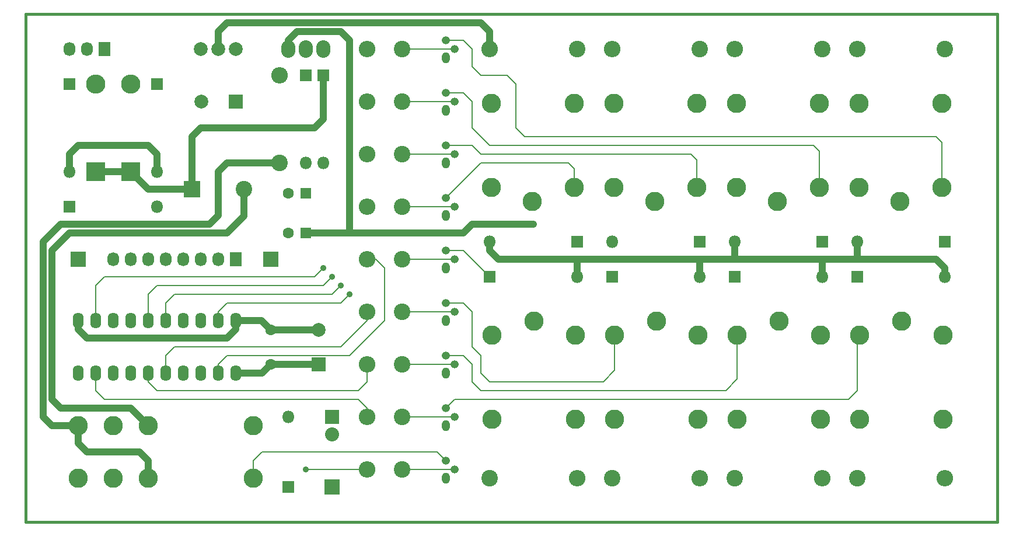
<source format=gbr>
G04 #@! TF.FileFunction,Copper,L1,Top,Signal*
%FSLAX46Y46*%
G04 Gerber Fmt 4.6, Leading zero omitted, Abs format (unit mm)*
G04 Created by KiCad (PCBNEW 4.0.5+dfsg1-4+deb9u1) date Mon Sep 26 08:45:52 2022*
%MOMM*%
%LPD*%
G01*
G04 APERTURE LIST*
%ADD10C,0.100000*%
%ADD11C,0.381000*%
%ADD12R,1.800000X1.800000*%
%ADD13O,1.800000X1.800000*%
%ADD14R,2.800000X2.800000*%
%ADD15O,2.800000X2.800000*%
%ADD16R,2.235200X2.235200*%
%ADD17R,2.400000X2.400000*%
%ADD18C,2.400000*%
%ADD19R,1.600000X1.600000*%
%ADD20C,1.600000*%
%ADD21R,2.000000X2.000000*%
%ADD22C,2.000000*%
%ADD23O,2.032000X2.540000*%
%ADD24O,1.600000X2.300000*%
%ADD25C,1.998980*%
%ADD26C,2.800000*%
%ADD27O,1.200000X1.600000*%
%ADD28O,1.200000X1.200000*%
%ADD29O,2.400000X2.400000*%
%ADD30R,1.727200X2.032000*%
%ADD31O,1.727200X2.032000*%
%ADD32R,2.032000X2.032000*%
%ADD33O,2.032000X2.032000*%
%ADD34C,0.889000*%
%ADD35C,1.000760*%
%ADD36C,0.203200*%
G04 APERTURE END LIST*
D10*
D11*
X73660000Y-134620000D02*
X73660000Y-60960000D01*
X214630000Y-134620000D02*
X73660000Y-134620000D01*
X214630000Y-60960000D02*
X214630000Y-134620000D01*
X73660000Y-60960000D02*
X214630000Y-60960000D01*
D12*
X116840000Y-69850000D03*
D13*
X116840000Y-82550000D03*
D14*
X83820000Y-83820000D03*
D15*
X83820000Y-71120000D03*
D14*
X88900000Y-83820000D03*
D15*
X88900000Y-71120000D03*
D16*
X109220000Y-96520000D03*
D17*
X97790000Y-86360000D03*
D18*
X105290000Y-86360000D03*
D19*
X114300000Y-92710000D03*
D20*
X111800000Y-92710000D03*
D21*
X104140000Y-73660000D03*
D22*
X99140000Y-73660000D03*
D21*
X116205000Y-111760000D03*
D22*
X116205000Y-106760000D03*
D20*
X109220000Y-111760000D03*
X109220000Y-106760000D03*
D12*
X114300000Y-69850000D03*
D13*
X114300000Y-82550000D03*
D12*
X80010000Y-88900000D03*
D13*
X92710000Y-88900000D03*
D23*
X114300000Y-66040000D03*
X116840000Y-66040000D03*
X111760000Y-66040000D03*
D24*
X104140000Y-105410000D03*
X101600000Y-105410000D03*
X99060000Y-105410000D03*
X96520000Y-105410000D03*
X93980000Y-105410000D03*
X91440000Y-105410000D03*
X88900000Y-105410000D03*
X86360000Y-105410000D03*
X83820000Y-105410000D03*
X81280000Y-105410000D03*
X81280000Y-113030000D03*
X83820000Y-113030000D03*
X86360000Y-113030000D03*
X88900000Y-113030000D03*
X91440000Y-113030000D03*
X93980000Y-113030000D03*
X96520000Y-113030000D03*
X99060000Y-113030000D03*
X101600000Y-113030000D03*
X104140000Y-113030000D03*
D25*
X101600000Y-66040000D03*
X104140000Y-66040000D03*
X99060000Y-66040000D03*
D19*
X114300000Y-86995000D03*
D20*
X111800000Y-86995000D03*
D12*
X153670000Y-93980000D03*
D13*
X140970000Y-93980000D03*
D12*
X171450000Y-93980000D03*
D13*
X158750000Y-93980000D03*
D12*
X189230000Y-93980000D03*
D13*
X176530000Y-93980000D03*
D26*
X147193000Y-88138000D03*
X153289000Y-73914000D03*
X153289000Y-86106000D03*
X141224000Y-73914000D03*
X141224000Y-86106000D03*
X164973000Y-88138000D03*
X171069000Y-73914000D03*
X171069000Y-86106000D03*
X159004000Y-73914000D03*
X159004000Y-86106000D03*
X182753000Y-88138000D03*
X188849000Y-73914000D03*
X188849000Y-86106000D03*
X176784000Y-73914000D03*
X176784000Y-86106000D03*
D27*
X134620000Y-90170000D03*
D28*
X135890000Y-88900000D03*
X134620000Y-87630000D03*
D27*
X134620000Y-82550000D03*
D28*
X135890000Y-81280000D03*
X134620000Y-80010000D03*
D27*
X134620000Y-74930000D03*
D28*
X135890000Y-73660000D03*
X134620000Y-72390000D03*
D12*
X207010000Y-93980000D03*
D13*
X194310000Y-93980000D03*
D12*
X194310000Y-99060000D03*
D13*
X207010000Y-99060000D03*
D12*
X176530000Y-99060000D03*
D13*
X189230000Y-99060000D03*
D26*
X200533000Y-88138000D03*
X206629000Y-73914000D03*
X206629000Y-86106000D03*
X194564000Y-73914000D03*
X194564000Y-86106000D03*
X200787000Y-105537000D03*
X194691000Y-119761000D03*
X194691000Y-107569000D03*
X206756000Y-119761000D03*
X206756000Y-107569000D03*
X183007000Y-105537000D03*
X176911000Y-119761000D03*
X176911000Y-107569000D03*
X188976000Y-119761000D03*
X188976000Y-107569000D03*
D27*
X134620000Y-67310000D03*
D28*
X135890000Y-66040000D03*
X134620000Y-64770000D03*
D27*
X134620000Y-120650000D03*
D28*
X135890000Y-119380000D03*
X134620000Y-118110000D03*
D27*
X134620000Y-113030000D03*
D28*
X135890000Y-111760000D03*
X134620000Y-110490000D03*
D12*
X158750000Y-99060000D03*
D13*
X171450000Y-99060000D03*
D12*
X140970000Y-99060000D03*
D13*
X153670000Y-99060000D03*
D26*
X165227000Y-105537000D03*
X159131000Y-119761000D03*
X159131000Y-107569000D03*
X171196000Y-119761000D03*
X171196000Y-107569000D03*
X147447000Y-105537000D03*
X141351000Y-119761000D03*
X141351000Y-107569000D03*
X153416000Y-119761000D03*
X153416000Y-107569000D03*
D27*
X134620000Y-105410000D03*
D28*
X135890000Y-104140000D03*
X134620000Y-102870000D03*
D27*
X134620000Y-97790000D03*
D28*
X135890000Y-96520000D03*
X134620000Y-95250000D03*
D27*
X134620000Y-128270000D03*
D28*
X135890000Y-127000000D03*
X134620000Y-125730000D03*
D26*
X91440000Y-128270000D03*
X81280000Y-128270000D03*
X86360000Y-128270000D03*
X86360000Y-120650000D03*
X106680000Y-128270000D03*
X81280000Y-120650000D03*
X106680000Y-120650000D03*
X91440000Y-120650000D03*
D18*
X110490000Y-82550000D03*
D29*
X110490000Y-69850000D03*
D18*
X153670000Y-66040000D03*
D29*
X140970000Y-66040000D03*
D18*
X171450000Y-66040000D03*
D29*
X158750000Y-66040000D03*
D18*
X189230000Y-66040000D03*
D29*
X176530000Y-66040000D03*
D18*
X207010000Y-66040000D03*
D29*
X194310000Y-66040000D03*
D18*
X194310000Y-128270000D03*
D29*
X207010000Y-128270000D03*
D18*
X176530000Y-128270000D03*
D29*
X189230000Y-128270000D03*
D18*
X158750000Y-128270000D03*
D29*
X171450000Y-128270000D03*
D18*
X140970000Y-128270000D03*
D29*
X153670000Y-128270000D03*
D18*
X128270000Y-88900000D03*
D29*
X123190000Y-88900000D03*
D18*
X128270000Y-81280000D03*
D29*
X123190000Y-81280000D03*
D18*
X128270000Y-73660000D03*
D29*
X123190000Y-73660000D03*
D18*
X128270000Y-66040000D03*
D29*
X123190000Y-66040000D03*
D18*
X128270000Y-119380000D03*
D29*
X123190000Y-119380000D03*
D18*
X128270000Y-111760000D03*
D29*
X123190000Y-111760000D03*
D18*
X128270000Y-104140000D03*
D29*
X123190000Y-104140000D03*
D18*
X128270000Y-96520000D03*
D29*
X123190000Y-96520000D03*
D18*
X128270000Y-127000000D03*
D29*
X123190000Y-127000000D03*
D12*
X80010000Y-71120000D03*
D13*
X80010000Y-83820000D03*
D12*
X92710000Y-71120000D03*
D13*
X92710000Y-83820000D03*
D12*
X111760000Y-129540000D03*
D13*
X111760000Y-119380000D03*
D30*
X104140000Y-96520000D03*
D31*
X101600000Y-96520000D03*
X99060000Y-96520000D03*
X96520000Y-96520000D03*
X93980000Y-96520000D03*
X91440000Y-96520000D03*
X88900000Y-96520000D03*
X86360000Y-96520000D03*
D16*
X81280000Y-96520000D03*
X118110000Y-129540000D03*
D32*
X118110000Y-119380000D03*
D33*
X118110000Y-121920000D03*
D30*
X85090000Y-66040000D03*
D31*
X82550000Y-66040000D03*
X80010000Y-66040000D03*
D34*
X147320000Y-91440000D03*
X120650000Y-101600000D03*
X119380000Y-100330000D03*
X118110000Y-99060000D03*
X116840000Y-97790000D03*
X114300000Y-127000000D03*
D35*
X116840000Y-69850000D02*
X116840000Y-76200000D01*
X97790000Y-78740000D02*
X97790000Y-86360000D01*
X99060000Y-77470000D02*
X97790000Y-78740000D01*
X115570000Y-77470000D02*
X99060000Y-77470000D01*
X116840000Y-76200000D02*
X115570000Y-77470000D01*
X88900000Y-83820000D02*
X91440000Y-86360000D01*
X91440000Y-86360000D02*
X97790000Y-86360000D01*
X88900000Y-83820000D02*
X83820000Y-83820000D01*
X120650000Y-91440000D02*
X120650000Y-92710000D01*
X147320000Y-91440000D02*
X138430000Y-91440000D01*
X138430000Y-91440000D02*
X137160000Y-92710000D01*
X137160000Y-92710000D02*
X120650000Y-92710000D01*
X120650000Y-92710000D02*
X119380000Y-92710000D01*
X114300000Y-92710000D02*
X119380000Y-92710000D01*
X111760000Y-66040000D02*
X111760000Y-64770000D01*
X120650000Y-64770000D02*
X120650000Y-74930000D01*
X119380000Y-63500000D02*
X120650000Y-64770000D01*
X113030000Y-63500000D02*
X119380000Y-63500000D01*
X111760000Y-64770000D02*
X113030000Y-63500000D01*
X120650000Y-91440000D02*
X120650000Y-74930000D01*
X92710000Y-81280000D02*
X91440000Y-80010000D01*
X92710000Y-83820000D02*
X92710000Y-81280000D01*
X80010000Y-83820000D02*
X80010000Y-81280000D01*
X81280000Y-80010000D02*
X91440000Y-80010000D01*
X80010000Y-81280000D02*
X81280000Y-80010000D01*
X109220000Y-106760000D02*
X116205000Y-106760000D01*
X81280000Y-105410000D02*
X81280000Y-106680000D01*
X104140000Y-106680000D02*
X104140000Y-105410000D01*
X102870000Y-107950000D02*
X104140000Y-106680000D01*
X82550000Y-107950000D02*
X102870000Y-107950000D01*
X81280000Y-106680000D02*
X82550000Y-107950000D01*
X104140000Y-105410000D02*
X107870000Y-105410000D01*
X107870000Y-105410000D02*
X109220000Y-106760000D01*
D36*
X101600000Y-105410000D02*
X101600000Y-104140000D01*
X119380000Y-102870000D02*
X120650000Y-101600000D01*
X102870000Y-102870000D02*
X119380000Y-102870000D01*
X101600000Y-104140000D02*
X102870000Y-102870000D01*
X93980000Y-105410000D02*
X93980000Y-102870000D01*
X118110000Y-101600000D02*
X119380000Y-100330000D01*
X95250000Y-101600000D02*
X118110000Y-101600000D01*
X93980000Y-102870000D02*
X95250000Y-101600000D01*
X91440000Y-105410000D02*
X91440000Y-101600000D01*
X116840000Y-100330000D02*
X118110000Y-99060000D01*
X92710000Y-100330000D02*
X116840000Y-100330000D01*
X91440000Y-101600000D02*
X92710000Y-100330000D01*
X83820000Y-105410000D02*
X83820000Y-100330000D01*
X115570000Y-99060000D02*
X116840000Y-97790000D01*
X85090000Y-99060000D02*
X115570000Y-99060000D01*
X83820000Y-100330000D02*
X85090000Y-99060000D01*
X83820000Y-113030000D02*
X83820000Y-115570000D01*
X123190000Y-118110000D02*
X123190000Y-119380000D01*
X121920000Y-116840000D02*
X123190000Y-118110000D01*
X85090000Y-116840000D02*
X121920000Y-116840000D01*
X83820000Y-115570000D02*
X85090000Y-116840000D01*
X91440000Y-113030000D02*
X91440000Y-114300000D01*
X123190000Y-114300000D02*
X123190000Y-111760000D01*
X121920000Y-115570000D02*
X123190000Y-114300000D01*
X92710000Y-115570000D02*
X121920000Y-115570000D01*
X91440000Y-114300000D02*
X92710000Y-115570000D01*
X123190000Y-105410000D02*
X119380000Y-109220000D01*
X93980000Y-113030000D02*
X93980000Y-110490000D01*
X95250000Y-109220000D02*
X119380000Y-109220000D01*
X93980000Y-110490000D02*
X95250000Y-109220000D01*
X123190000Y-105410000D02*
X123190000Y-104140000D01*
X101600000Y-113030000D02*
X101600000Y-111760000D01*
X124460000Y-96520000D02*
X123190000Y-96520000D01*
X125730000Y-97790000D02*
X124460000Y-96520000D01*
X125730000Y-102870000D02*
X125730000Y-97790000D01*
X125730000Y-105410000D02*
X125730000Y-102870000D01*
X120650000Y-110490000D02*
X125730000Y-105410000D01*
X102870000Y-110490000D02*
X120650000Y-110490000D01*
X101600000Y-111760000D02*
X102870000Y-110490000D01*
D35*
X116205000Y-111760000D02*
X109220000Y-111760000D01*
X104140000Y-113030000D02*
X107950000Y-113030000D01*
X107950000Y-113030000D02*
X109220000Y-111760000D01*
D36*
X137160000Y-95250000D02*
X140970000Y-99060000D01*
D35*
X110490000Y-82550000D02*
X102870000Y-82550000D01*
X77470000Y-120650000D02*
X81280000Y-120650000D01*
X76200000Y-119380000D02*
X77470000Y-120650000D01*
X76200000Y-93980000D02*
X76200000Y-119380000D01*
X78740000Y-91440000D02*
X76200000Y-93980000D01*
X100330000Y-91440000D02*
X78740000Y-91440000D01*
X101600000Y-90170000D02*
X100330000Y-91440000D01*
X101600000Y-83820000D02*
X101600000Y-90170000D01*
X102870000Y-82550000D02*
X101600000Y-83820000D01*
X81280000Y-120650000D02*
X81280000Y-123190000D01*
X81280000Y-123190000D02*
X82550000Y-124460000D01*
X82550000Y-124460000D02*
X90170000Y-124460000D01*
X90170000Y-124460000D02*
X91440000Y-125730000D01*
X91440000Y-125730000D02*
X91440000Y-128270000D01*
X140970000Y-66040000D02*
X140970000Y-63500000D01*
X101600000Y-63500000D02*
X101600000Y-66040000D01*
X102870000Y-62230000D02*
X101600000Y-63500000D01*
X139700000Y-62230000D02*
X102870000Y-62230000D01*
X140970000Y-63500000D02*
X139700000Y-62230000D01*
D36*
X135890000Y-88900000D02*
X128270000Y-88900000D01*
X128270000Y-81280000D02*
X135890000Y-81280000D01*
X135890000Y-73660000D02*
X128270000Y-73660000D01*
X135890000Y-66040000D02*
X128270000Y-66040000D01*
X128270000Y-119380000D02*
X135890000Y-119380000D01*
X128270000Y-111760000D02*
X135890000Y-111760000D01*
X128270000Y-104140000D02*
X135890000Y-104140000D01*
X128270000Y-96520000D02*
X135890000Y-96520000D01*
X128270000Y-127000000D02*
X135890000Y-127000000D01*
X123190000Y-127000000D02*
X114300000Y-127000000D01*
X134620000Y-125730000D02*
X133350000Y-124460000D01*
X106680000Y-125730000D02*
X106680000Y-128270000D01*
X107950000Y-124460000D02*
X106680000Y-125730000D01*
X133350000Y-124460000D02*
X107950000Y-124460000D01*
D35*
X140970000Y-93980000D02*
X140970000Y-95250000D01*
X140970000Y-95250000D02*
X142240000Y-96520000D01*
D36*
X153289000Y-86106000D02*
X153289000Y-83439000D01*
X139700000Y-82550000D02*
X134620000Y-87630000D01*
X152400000Y-82550000D02*
X139700000Y-82550000D01*
X153289000Y-83439000D02*
X152400000Y-82550000D01*
D35*
X142240000Y-96520000D02*
X153670000Y-96520000D01*
X153670000Y-96520000D02*
X171450000Y-96520000D01*
X171450000Y-96520000D02*
X176530000Y-96520000D01*
X176530000Y-96520000D02*
X189230000Y-96520000D01*
X189230000Y-96520000D02*
X194310000Y-96520000D01*
X194310000Y-96520000D02*
X205740000Y-96520000D01*
X205740000Y-96520000D02*
X207010000Y-97790000D01*
D36*
X171069000Y-86106000D02*
X171069000Y-82169000D01*
X138430000Y-80010000D02*
X134620000Y-80010000D01*
X139700000Y-81280000D02*
X138430000Y-80010000D01*
X170180000Y-81280000D02*
X139700000Y-81280000D01*
X171069000Y-82169000D02*
X170180000Y-81280000D01*
D35*
X176530000Y-93980000D02*
X176530000Y-96520000D01*
D36*
X134620000Y-72390000D02*
X137160000Y-72390000D01*
X188849000Y-80899000D02*
X188849000Y-86106000D01*
X187960000Y-80010000D02*
X188849000Y-80899000D01*
X140970000Y-80010000D02*
X187960000Y-80010000D01*
X138430000Y-77470000D02*
X140970000Y-80010000D01*
X138430000Y-73660000D02*
X138430000Y-77470000D01*
X137160000Y-72390000D02*
X138430000Y-73660000D01*
D35*
X194310000Y-93980000D02*
X194310000Y-96520000D01*
D36*
X206629000Y-86106000D02*
X206629000Y-79629000D01*
X137160000Y-64770000D02*
X134620000Y-64770000D01*
X138430000Y-66040000D02*
X137160000Y-64770000D01*
X138430000Y-68580000D02*
X138430000Y-66040000D01*
X139700000Y-69850000D02*
X138430000Y-68580000D01*
X143510000Y-69850000D02*
X139700000Y-69850000D01*
X144780000Y-71120000D02*
X143510000Y-69850000D01*
X144780000Y-77470000D02*
X144780000Y-71120000D01*
X146050000Y-78740000D02*
X144780000Y-77470000D01*
X205740000Y-78740000D02*
X146050000Y-78740000D01*
X206629000Y-79629000D02*
X205740000Y-78740000D01*
D35*
X207010000Y-97790000D02*
X207010000Y-99060000D01*
D36*
X134620000Y-118110000D02*
X135890000Y-116840000D01*
X194310000Y-115570000D02*
X194310000Y-108585000D01*
X193040000Y-116840000D02*
X194310000Y-115570000D01*
X135890000Y-116840000D02*
X193040000Y-116840000D01*
X194310000Y-108585000D02*
X194691000Y-108204000D01*
D35*
X189230000Y-99060000D02*
X189230000Y-96520000D01*
D36*
X176911000Y-108204000D02*
X176911000Y-113919000D01*
X137160000Y-110490000D02*
X134620000Y-110490000D01*
X138430000Y-111760000D02*
X137160000Y-110490000D01*
X138430000Y-114300000D02*
X138430000Y-111760000D01*
X139700000Y-115570000D02*
X138430000Y-114300000D01*
X175260000Y-115570000D02*
X139700000Y-115570000D01*
X176911000Y-113919000D02*
X175260000Y-115570000D01*
D35*
X171450000Y-99060000D02*
X171450000Y-96520000D01*
D36*
X159131000Y-108204000D02*
X159131000Y-112649000D01*
X137160000Y-102870000D02*
X134620000Y-102870000D01*
X138430000Y-104140000D02*
X137160000Y-102870000D01*
X138430000Y-109220000D02*
X138430000Y-104140000D01*
X139700000Y-110490000D02*
X138430000Y-109220000D01*
X139700000Y-113030000D02*
X139700000Y-110490000D01*
X140970000Y-114300000D02*
X139700000Y-113030000D01*
X157480000Y-114300000D02*
X140970000Y-114300000D01*
X159131000Y-112649000D02*
X157480000Y-114300000D01*
D35*
X153670000Y-99060000D02*
X153670000Y-96520000D01*
D36*
X134620000Y-95250000D02*
X137160000Y-95250000D01*
D35*
X88900000Y-118110000D02*
X91440000Y-120650000D01*
X78740000Y-118110000D02*
X88900000Y-118110000D01*
X77454762Y-116824762D02*
X78740000Y-118110000D01*
X77454762Y-95265238D02*
X77454762Y-116824762D01*
X80010000Y-92710000D02*
X77454762Y-95265238D01*
X102870000Y-92710000D02*
X80010000Y-92710000D01*
X105290000Y-90290000D02*
X102870000Y-92710000D01*
X105290000Y-86360000D02*
X105290000Y-90290000D01*
M02*

</source>
